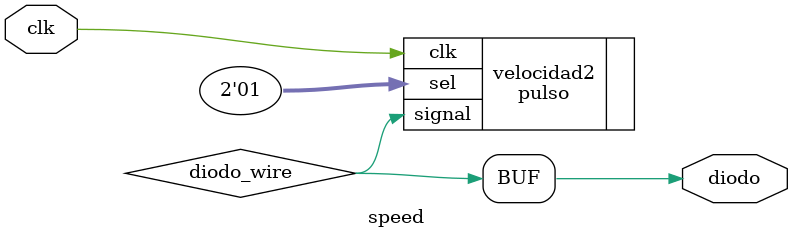
<source format=v>
`include "Pruebas_motor/pulso.v"

module speed(clk,diodo);
    input clk;
    output reg diodo;
    wire diodo_wire;

    pulso velocidad2(
        .clk(clk),
        .sel(2'd1),
        .signal(diodo_wire)
    );
    always @(*)begin
        diodo <= diodo_wire;
    end    
endmodule
</source>
